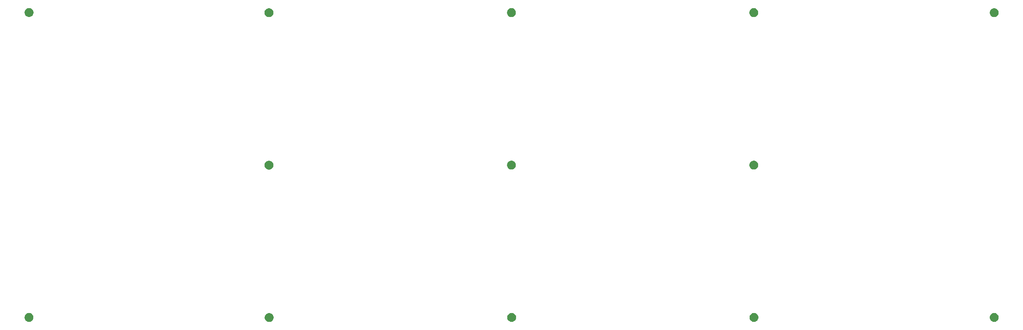
<source format=gbr>
G04 #@! TF.GenerationSoftware,KiCad,Pcbnew,(5.1.4-0-10_14)*
G04 #@! TF.CreationDate,2020-04-12T12:15:55-07:00*
G04 #@! TF.ProjectId,bottom_plate,626f7474-6f6d-45f7-906c-6174652e6b69,rev?*
G04 #@! TF.SameCoordinates,Original*
G04 #@! TF.FileFunction,Soldermask,Top*
G04 #@! TF.FilePolarity,Negative*
%FSLAX46Y46*%
G04 Gerber Fmt 4.6, Leading zero omitted, Abs format (unit mm)*
G04 Created by KiCad (PCBNEW (5.1.4-0-10_14)) date 2020-04-12 12:15:55*
%MOMM*%
%LPD*%
G04 APERTURE LIST*
%ADD10C,0.100000*%
G04 APERTURE END LIST*
D10*
G36*
X82199239Y-97115032D02*
G01*
X82326934Y-97140432D01*
X82536403Y-97227197D01*
X82724920Y-97353160D01*
X82885240Y-97513480D01*
X83011203Y-97701997D01*
X83011204Y-97701999D01*
X83097968Y-97911467D01*
X83137148Y-98108435D01*
X83142200Y-98133836D01*
X83142200Y-98360564D01*
X83097968Y-98582934D01*
X83011203Y-98792403D01*
X82885240Y-98980920D01*
X82724920Y-99141240D01*
X82536403Y-99267203D01*
X82326934Y-99353968D01*
X82232259Y-99372800D01*
X82104565Y-99398200D01*
X81877835Y-99398200D01*
X81750141Y-99372800D01*
X81655466Y-99353968D01*
X81445997Y-99267203D01*
X81257480Y-99141240D01*
X81097160Y-98980920D01*
X80971197Y-98792403D01*
X80884432Y-98582934D01*
X80840200Y-98360564D01*
X80840200Y-98133836D01*
X80845253Y-98108435D01*
X80884432Y-97911467D01*
X80971196Y-97701999D01*
X80971197Y-97701997D01*
X81097160Y-97513480D01*
X81257480Y-97353160D01*
X81445997Y-97227197D01*
X81655466Y-97140432D01*
X81783161Y-97115032D01*
X81877835Y-97096200D01*
X82104565Y-97096200D01*
X82199239Y-97115032D01*
X82199239Y-97115032D01*
G37*
G36*
X270404349Y-97092916D02*
G01*
X270515534Y-97115032D01*
X270725003Y-97201797D01*
X270913520Y-97327760D01*
X271073840Y-97488080D01*
X271199803Y-97676597D01*
X271286568Y-97886066D01*
X271308684Y-97997251D01*
X271330800Y-98108435D01*
X271330800Y-98335165D01*
X271308684Y-98446349D01*
X271286568Y-98557534D01*
X271199803Y-98767003D01*
X271073840Y-98955520D01*
X270913520Y-99115840D01*
X270725003Y-99241803D01*
X270515534Y-99328568D01*
X270404349Y-99350684D01*
X270293165Y-99372800D01*
X270066435Y-99372800D01*
X269955251Y-99350684D01*
X269844066Y-99328568D01*
X269634597Y-99241803D01*
X269446080Y-99115840D01*
X269285760Y-98955520D01*
X269159797Y-98767003D01*
X269073032Y-98557534D01*
X269050916Y-98446349D01*
X269028800Y-98335165D01*
X269028800Y-98108435D01*
X269050916Y-97997251D01*
X269073032Y-97886066D01*
X269159797Y-97676597D01*
X269285760Y-97488080D01*
X269446080Y-97327760D01*
X269634597Y-97201797D01*
X269844066Y-97115032D01*
X269955251Y-97092916D01*
X270066435Y-97070800D01*
X270293165Y-97070800D01*
X270404349Y-97092916D01*
X270404349Y-97092916D01*
G37*
G36*
X208047349Y-97092916D02*
G01*
X208158534Y-97115032D01*
X208368003Y-97201797D01*
X208556520Y-97327760D01*
X208716840Y-97488080D01*
X208842803Y-97676597D01*
X208929568Y-97886066D01*
X208951684Y-97997251D01*
X208973800Y-98108435D01*
X208973800Y-98335165D01*
X208951684Y-98446349D01*
X208929568Y-98557534D01*
X208842803Y-98767003D01*
X208716840Y-98955520D01*
X208556520Y-99115840D01*
X208368003Y-99241803D01*
X208158534Y-99328568D01*
X208047349Y-99350684D01*
X207936165Y-99372800D01*
X207709435Y-99372800D01*
X207598251Y-99350684D01*
X207487066Y-99328568D01*
X207277597Y-99241803D01*
X207089080Y-99115840D01*
X206928760Y-98955520D01*
X206802797Y-98767003D01*
X206716032Y-98557534D01*
X206693916Y-98446349D01*
X206671800Y-98335165D01*
X206671800Y-98108435D01*
X206693916Y-97997251D01*
X206716032Y-97886066D01*
X206802797Y-97676597D01*
X206928760Y-97488080D01*
X207089080Y-97327760D01*
X207277597Y-97201797D01*
X207487066Y-97115032D01*
X207598251Y-97092916D01*
X207709435Y-97070800D01*
X207936165Y-97070800D01*
X208047349Y-97092916D01*
X208047349Y-97092916D01*
G37*
G36*
X145156949Y-97092916D02*
G01*
X145268134Y-97115032D01*
X145477603Y-97201797D01*
X145666120Y-97327760D01*
X145826440Y-97488080D01*
X145952403Y-97676597D01*
X146039168Y-97886066D01*
X146061284Y-97997251D01*
X146083400Y-98108435D01*
X146083400Y-98335165D01*
X146061284Y-98446349D01*
X146039168Y-98557534D01*
X145952403Y-98767003D01*
X145826440Y-98955520D01*
X145666120Y-99115840D01*
X145477603Y-99241803D01*
X145268134Y-99328568D01*
X145156949Y-99350684D01*
X145045765Y-99372800D01*
X144819035Y-99372800D01*
X144707851Y-99350684D01*
X144596666Y-99328568D01*
X144387197Y-99241803D01*
X144198680Y-99115840D01*
X144038360Y-98955520D01*
X143912397Y-98767003D01*
X143825632Y-98557534D01*
X143803516Y-98446349D01*
X143781400Y-98335165D01*
X143781400Y-98108435D01*
X143803516Y-97997251D01*
X143825632Y-97886066D01*
X143912397Y-97676597D01*
X144038360Y-97488080D01*
X144198680Y-97327760D01*
X144387197Y-97201797D01*
X144596666Y-97115032D01*
X144707851Y-97092916D01*
X144819035Y-97070800D01*
X145045765Y-97070800D01*
X145156949Y-97092916D01*
X145156949Y-97092916D01*
G37*
G36*
X19884149Y-97092916D02*
G01*
X19995334Y-97115032D01*
X20204803Y-97201797D01*
X20393320Y-97327760D01*
X20553640Y-97488080D01*
X20679603Y-97676597D01*
X20766368Y-97886066D01*
X20788484Y-97997251D01*
X20810600Y-98108435D01*
X20810600Y-98335165D01*
X20788484Y-98446349D01*
X20766368Y-98557534D01*
X20679603Y-98767003D01*
X20553640Y-98955520D01*
X20393320Y-99115840D01*
X20204803Y-99241803D01*
X19995334Y-99328568D01*
X19884149Y-99350684D01*
X19772965Y-99372800D01*
X19546235Y-99372800D01*
X19435051Y-99350684D01*
X19323866Y-99328568D01*
X19114397Y-99241803D01*
X18925880Y-99115840D01*
X18765560Y-98955520D01*
X18639597Y-98767003D01*
X18552832Y-98557534D01*
X18530716Y-98446349D01*
X18508600Y-98335165D01*
X18508600Y-98108435D01*
X18530716Y-97997251D01*
X18552832Y-97886066D01*
X18639597Y-97676597D01*
X18765560Y-97488080D01*
X18925880Y-97327760D01*
X19114397Y-97201797D01*
X19323866Y-97115032D01*
X19435051Y-97092916D01*
X19546235Y-97070800D01*
X19772965Y-97070800D01*
X19884149Y-97092916D01*
X19884149Y-97092916D01*
G37*
G36*
X82148439Y-57592632D02*
G01*
X82276134Y-57618032D01*
X82485603Y-57704797D01*
X82674120Y-57830760D01*
X82834440Y-57991080D01*
X82960403Y-58179597D01*
X82960404Y-58179599D01*
X83047168Y-58389067D01*
X83086348Y-58586035D01*
X83091400Y-58611436D01*
X83091400Y-58838164D01*
X83047168Y-59060534D01*
X82960403Y-59270003D01*
X82834440Y-59458520D01*
X82674120Y-59618840D01*
X82485603Y-59744803D01*
X82276134Y-59831568D01*
X82181459Y-59850400D01*
X82053765Y-59875800D01*
X81827035Y-59875800D01*
X81699341Y-59850400D01*
X81604666Y-59831568D01*
X81395197Y-59744803D01*
X81206680Y-59618840D01*
X81046360Y-59458520D01*
X80920397Y-59270003D01*
X80833632Y-59060534D01*
X80789400Y-58838164D01*
X80789400Y-58611436D01*
X80794453Y-58586035D01*
X80833632Y-58389067D01*
X80920396Y-58179599D01*
X80920397Y-58179597D01*
X81046360Y-57991080D01*
X81206680Y-57830760D01*
X81395197Y-57704797D01*
X81604666Y-57618032D01*
X81732361Y-57592632D01*
X81827035Y-57573800D01*
X82053765Y-57573800D01*
X82148439Y-57592632D01*
X82148439Y-57592632D01*
G37*
G36*
X207996549Y-57570516D02*
G01*
X208107734Y-57592632D01*
X208317203Y-57679397D01*
X208505720Y-57805360D01*
X208666040Y-57965680D01*
X208792003Y-58154197D01*
X208878768Y-58363666D01*
X208900884Y-58474851D01*
X208923000Y-58586035D01*
X208923000Y-58812765D01*
X208900884Y-58923949D01*
X208878768Y-59035134D01*
X208792003Y-59244603D01*
X208666040Y-59433120D01*
X208505720Y-59593440D01*
X208317203Y-59719403D01*
X208107734Y-59806168D01*
X207996549Y-59828284D01*
X207885365Y-59850400D01*
X207658635Y-59850400D01*
X207547451Y-59828284D01*
X207436266Y-59806168D01*
X207226797Y-59719403D01*
X207038280Y-59593440D01*
X206877960Y-59433120D01*
X206751997Y-59244603D01*
X206665232Y-59035134D01*
X206643116Y-58923949D01*
X206621000Y-58812765D01*
X206621000Y-58586035D01*
X206643116Y-58474851D01*
X206665232Y-58363666D01*
X206751997Y-58154197D01*
X206877960Y-57965680D01*
X207038280Y-57805360D01*
X207226797Y-57679397D01*
X207436266Y-57592632D01*
X207547451Y-57570516D01*
X207658635Y-57548400D01*
X207885365Y-57548400D01*
X207996549Y-57570516D01*
X207996549Y-57570516D01*
G37*
G36*
X145106149Y-57570516D02*
G01*
X145217334Y-57592632D01*
X145426803Y-57679397D01*
X145615320Y-57805360D01*
X145775640Y-57965680D01*
X145901603Y-58154197D01*
X145988368Y-58363666D01*
X146010484Y-58474851D01*
X146032600Y-58586035D01*
X146032600Y-58812765D01*
X146010484Y-58923949D01*
X145988368Y-59035134D01*
X145901603Y-59244603D01*
X145775640Y-59433120D01*
X145615320Y-59593440D01*
X145426803Y-59719403D01*
X145217334Y-59806168D01*
X145106149Y-59828284D01*
X144994965Y-59850400D01*
X144768235Y-59850400D01*
X144657051Y-59828284D01*
X144545866Y-59806168D01*
X144336397Y-59719403D01*
X144147880Y-59593440D01*
X143987560Y-59433120D01*
X143861597Y-59244603D01*
X143774832Y-59035134D01*
X143752716Y-58923949D01*
X143730600Y-58812765D01*
X143730600Y-58586035D01*
X143752716Y-58474851D01*
X143774832Y-58363666D01*
X143861597Y-58154197D01*
X143987560Y-57965680D01*
X144147880Y-57805360D01*
X144336397Y-57679397D01*
X144545866Y-57592632D01*
X144657051Y-57570516D01*
X144768235Y-57548400D01*
X144994965Y-57548400D01*
X145106149Y-57570516D01*
X145106149Y-57570516D01*
G37*
G36*
X270311292Y-18032132D02*
G01*
X270502834Y-18070232D01*
X270712303Y-18156997D01*
X270900820Y-18282960D01*
X271061140Y-18443280D01*
X271187103Y-18631797D01*
X271187104Y-18631799D01*
X271273868Y-18841267D01*
X271313048Y-19038235D01*
X271318100Y-19063636D01*
X271318100Y-19290364D01*
X271273868Y-19512734D01*
X271187103Y-19722203D01*
X271061140Y-19910720D01*
X270900820Y-20071040D01*
X270712303Y-20197003D01*
X270502834Y-20283768D01*
X270472006Y-20289900D01*
X270280465Y-20328000D01*
X270053735Y-20328000D01*
X269862194Y-20289900D01*
X269831366Y-20283768D01*
X269621897Y-20197003D01*
X269433380Y-20071040D01*
X269273060Y-19910720D01*
X269147097Y-19722203D01*
X269060332Y-19512734D01*
X269016100Y-19290364D01*
X269016100Y-19063636D01*
X269021153Y-19038235D01*
X269060332Y-18841267D01*
X269147096Y-18631799D01*
X269147097Y-18631797D01*
X269273060Y-18443280D01*
X269433380Y-18282960D01*
X269621897Y-18156997D01*
X269831366Y-18070232D01*
X270022908Y-18032132D01*
X270053735Y-18026000D01*
X270280465Y-18026000D01*
X270311292Y-18032132D01*
X270311292Y-18032132D01*
G37*
G36*
X82084592Y-18032132D02*
G01*
X82276134Y-18070232D01*
X82485603Y-18156997D01*
X82674120Y-18282960D01*
X82834440Y-18443280D01*
X82960403Y-18631797D01*
X82960404Y-18631799D01*
X83047168Y-18841267D01*
X83086348Y-19038235D01*
X83091400Y-19063636D01*
X83091400Y-19290364D01*
X83047168Y-19512734D01*
X82960403Y-19722203D01*
X82834440Y-19910720D01*
X82674120Y-20071040D01*
X82485603Y-20197003D01*
X82276134Y-20283768D01*
X82245306Y-20289900D01*
X82053765Y-20328000D01*
X81827035Y-20328000D01*
X81635494Y-20289900D01*
X81604666Y-20283768D01*
X81395197Y-20197003D01*
X81206680Y-20071040D01*
X81046360Y-19910720D01*
X80920397Y-19722203D01*
X80833632Y-19512734D01*
X80789400Y-19290364D01*
X80789400Y-19063636D01*
X80794453Y-19038235D01*
X80833632Y-18841267D01*
X80920396Y-18631799D01*
X80920397Y-18631797D01*
X81046360Y-18443280D01*
X81206680Y-18282960D01*
X81395197Y-18156997D01*
X81604666Y-18070232D01*
X81796208Y-18032132D01*
X81827035Y-18026000D01*
X82053765Y-18026000D01*
X82084592Y-18032132D01*
X82084592Y-18032132D01*
G37*
G36*
X207996549Y-18022716D02*
G01*
X208107734Y-18044832D01*
X208317203Y-18131597D01*
X208505720Y-18257560D01*
X208666040Y-18417880D01*
X208792003Y-18606397D01*
X208878768Y-18815866D01*
X208900884Y-18927051D01*
X208923000Y-19038235D01*
X208923000Y-19264965D01*
X208900884Y-19376149D01*
X208878768Y-19487334D01*
X208792003Y-19696803D01*
X208666040Y-19885320D01*
X208505720Y-20045640D01*
X208317203Y-20171603D01*
X208107734Y-20258368D01*
X207996549Y-20280484D01*
X207885365Y-20302600D01*
X207658635Y-20302600D01*
X207547451Y-20280484D01*
X207436266Y-20258368D01*
X207226797Y-20171603D01*
X207038280Y-20045640D01*
X206877960Y-19885320D01*
X206751997Y-19696803D01*
X206665232Y-19487334D01*
X206643116Y-19376149D01*
X206621000Y-19264965D01*
X206621000Y-19038235D01*
X206643116Y-18927051D01*
X206665232Y-18815866D01*
X206751997Y-18606397D01*
X206877960Y-18417880D01*
X207038280Y-18257560D01*
X207226797Y-18131597D01*
X207436266Y-18044832D01*
X207547451Y-18022716D01*
X207658635Y-18000600D01*
X207885365Y-18000600D01*
X207996549Y-18022716D01*
X207996549Y-18022716D01*
G37*
G36*
X145106149Y-18022716D02*
G01*
X145217334Y-18044832D01*
X145426803Y-18131597D01*
X145615320Y-18257560D01*
X145775640Y-18417880D01*
X145901603Y-18606397D01*
X145988368Y-18815866D01*
X146010484Y-18927051D01*
X146032600Y-19038235D01*
X146032600Y-19264965D01*
X146010484Y-19376149D01*
X145988368Y-19487334D01*
X145901603Y-19696803D01*
X145775640Y-19885320D01*
X145615320Y-20045640D01*
X145426803Y-20171603D01*
X145217334Y-20258368D01*
X145106149Y-20280484D01*
X144994965Y-20302600D01*
X144768235Y-20302600D01*
X144657051Y-20280484D01*
X144545866Y-20258368D01*
X144336397Y-20171603D01*
X144147880Y-20045640D01*
X143987560Y-19885320D01*
X143861597Y-19696803D01*
X143774832Y-19487334D01*
X143752716Y-19376149D01*
X143730600Y-19264965D01*
X143730600Y-19038235D01*
X143752716Y-18927051D01*
X143774832Y-18815866D01*
X143861597Y-18606397D01*
X143987560Y-18417880D01*
X144147880Y-18257560D01*
X144336397Y-18131597D01*
X144545866Y-18044832D01*
X144657051Y-18022716D01*
X144768235Y-18000600D01*
X144994965Y-18000600D01*
X145106149Y-18022716D01*
X145106149Y-18022716D01*
G37*
G36*
X19896849Y-18010016D02*
G01*
X20008034Y-18032132D01*
X20217503Y-18118897D01*
X20406020Y-18244860D01*
X20566340Y-18405180D01*
X20692303Y-18593697D01*
X20779068Y-18803166D01*
X20786647Y-18841267D01*
X20823300Y-19025535D01*
X20823300Y-19252265D01*
X20815721Y-19290365D01*
X20779068Y-19474634D01*
X20692303Y-19684103D01*
X20566340Y-19872620D01*
X20406020Y-20032940D01*
X20217503Y-20158903D01*
X20008034Y-20245668D01*
X19896849Y-20267784D01*
X19785665Y-20289900D01*
X19558935Y-20289900D01*
X19447751Y-20267784D01*
X19336566Y-20245668D01*
X19127097Y-20158903D01*
X18938580Y-20032940D01*
X18778260Y-19872620D01*
X18652297Y-19684103D01*
X18565532Y-19474634D01*
X18528879Y-19290365D01*
X18521300Y-19252265D01*
X18521300Y-19025535D01*
X18557953Y-18841267D01*
X18565532Y-18803166D01*
X18652297Y-18593697D01*
X18778260Y-18405180D01*
X18938580Y-18244860D01*
X19127097Y-18118897D01*
X19336566Y-18032132D01*
X19447751Y-18010016D01*
X19558935Y-17987900D01*
X19785665Y-17987900D01*
X19896849Y-18010016D01*
X19896849Y-18010016D01*
G37*
M02*

</source>
